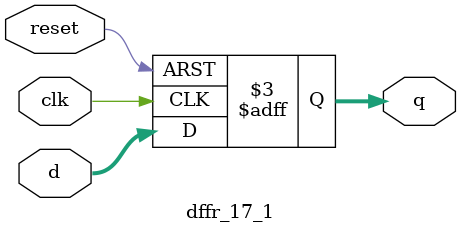
<source format=v>
module dffr_17_1 (q, d, clk, reset);
   output [16:0] q;
   input  [16:0] d;
   input  clk, reset;
   reg [16:0] q;
   always @ (posedge clk or negedge reset) 
      if (reset == 0)
         q <= 0; 
      else
         q <= d;
endmodule
</source>
